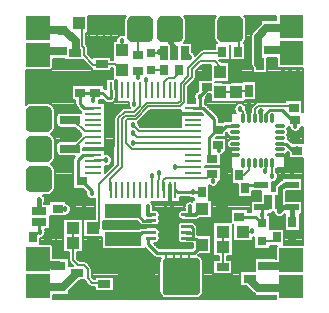
<source format=gtl>
G04 DipTrace Beta 2.3.5.2*
%INLulfroMiniBrush.GTL*%
%MOIN*%
%ADD13C,0.015*%
%ADD14C,0.012*%
%ADD15C,0.01*%
%ADD16C,0.025*%
%ADD17C,0.008*%
%ADD18C,0.005*%
%ADD19C,0.007*%
%ADD21R,0.025X0.05*%
%ADD22R,0.05X0.025*%
%ADD25R,0.0354X0.0276*%
%ADD26R,0.0276X0.0354*%
%ADD29R,0.0394X0.0433*%
%ADD30R,0.0433X0.0394*%
%ADD31R,0.0315X0.0315*%
%ADD32R,0.0472X0.0315*%
%ADD34R,0.0256X0.0413*%
%ADD35R,0.0413X0.0256*%
%ADD36R,0.0472X0.0217*%
%ADD37R,0.122X0.0472*%
%ADD39O,0.0335X0.0118*%
%ADD40O,0.0118X0.0335*%
%ADD42R,0.058X0.011*%
%ADD43R,0.011X0.058*%
%ADD44C,0.018*%
%FSLAX44Y44*%
G04*
G70*
G90*
G75*
G01*
%LNTop*%
%LPD*%
X8949Y2625D2*
D13*
Y3113D1*
X8938Y3125D1*
Y3873D2*
X8673D1*
X8550Y3750D1*
Y3125D1*
X8938D1*
X4250Y2875D2*
D14*
X4125D1*
Y3125D1*
X5411Y2875D2*
X5550D1*
Y3125D1*
X5411Y2875D2*
X5725D1*
X5912Y3062D1*
X5937D1*
X5500Y8140D2*
D13*
X5485D1*
X5375Y8250D1*
X8513Y2988D2*
X8650Y3125D1*
X8938D1*
X8500Y3313D2*
Y3190D1*
X8565Y3125D1*
X8938D1*
X5411Y2088D2*
D15*
X5625D1*
Y2225D1*
X5575Y2275D1*
X5402D1*
X5411Y2284D1*
Y2481D2*
X5569D1*
X5625Y2425D1*
Y2225D1*
X4250Y2088D2*
X4125D1*
Y1900D1*
X4425Y1600D1*
X4750D1*
X5000D1*
X5250D1*
X5500D1*
X5662D1*
X5937Y1875D1*
X8900Y1175D2*
D16*
Y1150D1*
X8050D1*
X475Y8400D2*
Y8330D1*
X1190D1*
X8925Y8450D2*
Y8375D1*
X8250D1*
X5411Y2088D2*
D15*
Y2075D1*
X5725D1*
X5925Y1875D1*
X5937D1*
X475Y1200D2*
D16*
X1125D1*
X1150Y1175D1*
X5250Y1313D2*
D13*
Y812D1*
X4750Y1313D2*
D17*
Y1600D1*
X5000Y1313D2*
Y1600D1*
X5250Y1313D2*
Y1600D1*
X5500Y1313D2*
Y1600D1*
X301Y2125D2*
D18*
Y2091D1*
X500Y2290D1*
Y2646D1*
X530D1*
Y2300D1*
X3687Y6563D2*
Y7005D1*
X3677Y7015D1*
X1125Y3074D2*
X1363D1*
X1375Y3062D1*
X4270Y4170D2*
Y3697D1*
X4268Y3695D1*
X5411Y2678D2*
X5804D1*
X5937Y2544D1*
X4250Y2481D2*
X4831D1*
X5411Y2678D2*
X5028D1*
X4831Y2481D1*
X7910Y6330D2*
Y6110D1*
X7890Y6090D1*
X5600Y9350D2*
Y9338D1*
X5875Y9063D1*
X6150Y9350D2*
Y9338D1*
X5875Y9063D1*
X6150Y8775D2*
Y8788D1*
X5875Y9063D1*
X5600Y8775D2*
Y8788D1*
X5875Y9063D1*
X5700Y7190D2*
Y7242D1*
X6100Y7642D1*
X7430Y7970D2*
X7408D1*
X7063Y7625D1*
X9050Y5325D2*
Y5520D1*
X9040Y5530D1*
X6613Y8313D2*
X6625D1*
Y8250D1*
X5970D1*
X5480Y7760D1*
Y7490D1*
X5230Y7240D1*
Y6670D1*
X5150Y6590D1*
X4115D1*
X3700Y6175D1*
X3375D1*
X3275Y6075D1*
Y4465D1*
X2880Y4070D1*
Y3705D1*
X2890Y3695D1*
X5187Y7687D2*
X5250D1*
X4993Y7430D1*
X4805D1*
X4660Y7285D1*
Y7016D1*
X4661Y7015D1*
X7300Y6090D2*
Y6310D1*
X7210Y6400D1*
X5025Y4475D2*
X5639D1*
X5633Y4469D1*
X7500Y7000D2*
X7107D1*
X7063Y6956D1*
X6550D1*
X8921Y8953D2*
D16*
Y9084D1*
X8250D1*
X7874Y7906D2*
X7812D1*
Y8812D1*
X8084Y9084D1*
X8250D1*
X471Y8903D2*
Y9039D1*
X1190D1*
Y9000D1*
X1375D1*
X1725Y8650D1*
Y8305D1*
X1694Y8274D1*
X8904Y672D2*
Y441D1*
X8050D1*
X7800D1*
X7496Y746D1*
X7532D1*
X479Y697D2*
Y466D1*
X1150D1*
X1312D1*
X1782Y937D1*
X1643Y2438D2*
D18*
Y1937D1*
Y1357D1*
X1813Y1188D1*
X2000D1*
X2125Y1063D1*
Y750D1*
X2275Y600D1*
X2688D1*
Y563D1*
X6643Y1812D2*
Y2312D1*
Y1812D2*
Y1136D1*
X6627Y1120D1*
X2600Y7900D2*
X3037D1*
X3257Y7681D1*
X3275D1*
X2600Y7900D2*
X2563D1*
Y7875D1*
X2313D1*
X2000Y8188D1*
Y8437D1*
X1937Y8500D1*
Y9063D1*
X1812Y9188D1*
Y9250D1*
X1831D1*
X4250Y7687D2*
X4676D1*
X4250Y2284D2*
D15*
X3934D1*
X3800Y2150D1*
X3400D1*
X3312Y2062D1*
X4250Y2678D2*
X3972D1*
X3825Y2825D1*
X3497D1*
X3312Y3010D1*
X7497Y4594D2*
D18*
Y4372D1*
X7325Y4200D1*
X7192D1*
X7186Y4194D1*
X9000Y6438D2*
Y6500D1*
X7820D1*
X7700Y6380D1*
Y6097D1*
X7694Y6090D1*
X7938Y2000D2*
X8301D1*
X8426Y2125D1*
X7375Y3750D2*
D15*
Y3850D1*
X7891D1*
X7914Y3873D1*
X4875Y9063D2*
D13*
Y8750D1*
Y8625D1*
X5021Y8479D1*
Y8250D1*
X4870Y8740D2*
D18*
Y8750D1*
X3812Y8187D2*
Y9000D1*
X3875Y9063D1*
X6875D2*
Y9000D1*
X7188Y8687D1*
Y8313D1*
X7125D1*
X2313Y5650D2*
X2025D1*
X1675Y6000D1*
X1550D1*
X1530Y6020D1*
X2313Y5453D2*
X2053D1*
X1650Y5050D1*
X1505D1*
X1530Y5075D1*
X3812Y7676D2*
X3820D1*
Y7470D1*
X2750Y4688D2*
X2334D1*
X2313Y4666D1*
X6550Y7625D2*
Y7810D1*
X6360Y8000D1*
X5880D1*
X5600Y7720D1*
Y7450D1*
X5340Y7190D1*
Y6620D1*
X5200Y6480D1*
X4155D1*
X3725Y6050D1*
X3450D1*
X3400Y6000D1*
Y5250D1*
X3590Y5060D1*
X5632D1*
X5633D1*
X3275Y8350D2*
Y8675D1*
X3625Y5875D2*
X3830Y5670D1*
X5652D1*
X5633Y5650D1*
X7313Y2312D2*
X7602D1*
X7620Y2330D1*
X4070Y7350D2*
Y7016D1*
X4071Y7015D1*
X2313Y2438D2*
X2510D1*
Y3885D1*
X3150Y4525D1*
Y6100D1*
X3362Y6312D1*
X3687D1*
X3875Y6500D1*
Y7014D1*
X3874Y7015D1*
X5633Y5453D2*
X3772D1*
X3625Y5600D1*
X6470Y5200D2*
X6490D1*
Y5040D1*
X8087Y4594D2*
Y4367D1*
X8050Y4330D1*
X4520Y4270D2*
Y4060D1*
X4470Y4010D1*
Y3695D1*
X4465D1*
X6280Y4230D2*
X6220D1*
X6090Y4100D1*
X4725D1*
X4650Y4025D1*
Y3683D1*
X4661Y3695D1*
X8284Y4594D2*
Y4150D1*
X6300Y4000D2*
Y4230D1*
X6280D1*
X5633Y5256D2*
X3669D1*
X3650Y5275D1*
X7938Y2591D2*
D15*
Y2875D1*
Y3101D1*
X7914Y3125D1*
X7182Y2807D2*
X7721D1*
X7938Y2591D1*
X5926Y3625D2*
X5625D1*
X5125D1*
X5055Y3695D1*
X6470Y5712D2*
X6350Y5832D1*
Y6050D1*
X5962Y6438D1*
X5633D1*
X6100Y7130D2*
X6170D1*
X5875Y6835D1*
Y6438D1*
X5633D1*
X1875Y6938D2*
X2375D1*
X1875D2*
Y6575D1*
X2012Y6438D1*
X2313D1*
Y4863D2*
X1963D1*
X1800Y4700D1*
Y4130D1*
X1940Y3990D1*
X4250Y8278D2*
D18*
X4500D1*
X4722D1*
X4750Y8250D1*
X4658D1*
X4500Y8313D2*
Y8278D1*
X2312Y6688D2*
D15*
Y6875D1*
X2375Y6938D1*
X5875Y6813D2*
D18*
X5853D1*
X6100Y7060D1*
Y7130D1*
X5625Y3625D2*
D3*
X7938Y2875D2*
D3*
X500Y3000D2*
D13*
Y3370D1*
X510D1*
X2270Y3590D2*
D15*
Y3660D1*
X1940Y3990D1*
X8540Y5244D2*
X8746D1*
X9020Y4970D1*
X9070D1*
X9110Y5010D1*
X8087Y6090D2*
Y6257D1*
X8205Y6375D1*
X8605D1*
X8938Y6042D1*
X9040D1*
X7044Y5834D2*
X6734D1*
X6612Y5712D1*
X6470D1*
X9090Y5060D2*
D18*
Y5030D1*
X9110Y5010D1*
X9040Y5840D2*
Y6042D1*
X6470Y5712D2*
D15*
X6437D1*
X6175Y5450D1*
Y4847D1*
X6280Y4742D1*
X2375Y6938D2*
X2612D1*
X2800Y6750D1*
X2900D1*
Y7015D1*
X2890D1*
X8146Y3313D2*
D13*
X8130D1*
Y3150D1*
X8105Y3125D1*
X7914D1*
D44*
X5500Y8140D3*
X8513Y2988D3*
X530Y2300D3*
X7210Y6400D3*
X5025Y4475D3*
X3820Y7470D3*
X2750Y4688D3*
X3275Y8675D3*
X3625Y5875D3*
X7620Y2330D3*
X4070Y7350D3*
X3625Y5600D3*
X8050Y4330D3*
X4520Y4270D3*
X4500Y8313D3*
X2312Y6688D3*
X5875Y6813D3*
X5625Y3625D3*
X7938Y2875D3*
X9090Y5060D3*
X510Y3370D3*
X2270Y3590D3*
X4125Y3125D3*
X5550D3*
X3687Y6563D3*
X9040Y5840D3*
X7910Y6330D3*
X5600Y9350D3*
X6150D3*
Y8775D3*
X5600D3*
X5700Y7190D3*
X7430Y7970D3*
X6700Y3425D3*
X5000Y6250D3*
X2975Y6275D3*
X9050Y5325D3*
X3650Y5275D3*
X6490Y5040D3*
X6300Y4000D3*
X8284Y4150D3*
X1375Y3062D3*
X4270Y4170D3*
X725Y1675D3*
X475D3*
X225D3*
Y1475D3*
X475D3*
X725D3*
Y1175D3*
X225D3*
X8250Y6688D3*
X8125Y7375D3*
X7875Y7125D3*
X8375Y7375D3*
X7875D3*
X8000Y6688D3*
X7500Y6563D3*
X8500Y6688D3*
X225Y7925D3*
X475D3*
X725D3*
Y8125D3*
X475D3*
X225D3*
Y8425D3*
X725D3*
X8675Y7975D3*
X8925D3*
X9175D3*
Y8175D3*
X8925D3*
X8675D3*
Y8475D3*
X9175D3*
X9150Y1650D3*
X8900D3*
X8650D3*
Y1450D3*
X8900D3*
X9150D3*
Y1150D3*
X8650D3*
X7875Y6875D3*
X8875Y7625D3*
X2000Y1562D3*
X8625Y7375D3*
Y7125D3*
Y6875D3*
X2250Y1562D3*
X2500D3*
X3500D3*
X2250Y1313D3*
X2750Y1562D3*
X3000D3*
X3250D3*
X2500Y1062D3*
X2750D3*
X3000D3*
Y1313D3*
X3250Y1000D3*
Y1313D3*
X3563D3*
X3938D3*
X4250D3*
Y1000D3*
X3250Y625D3*
Y313D3*
X3563D3*
X3938D3*
X4250D3*
Y625D3*
X4750Y1313D3*
X5000D3*
X5250D3*
X5500D3*
X5750D3*
Y1062D3*
Y813D3*
Y562D3*
Y313D3*
X5500D3*
X5250D3*
X5000D3*
X4750D3*
Y562D3*
Y813D3*
Y1063D3*
X5563Y1125D3*
X4938D3*
Y500D3*
X5563D3*
X8875Y7375D3*
X9125D3*
Y7625D3*
X8625D3*
X6250Y438D3*
X7000Y688D3*
Y438D3*
X6125Y688D3*
X6187Y1000D3*
X6375Y688D3*
X6688D3*
X6250Y187D3*
X7000D3*
X7250Y438D3*
Y187D3*
X7500D3*
X2870Y9190D3*
X2900Y8940D3*
X2187Y8938D3*
X2438D3*
X2688D3*
X2937Y8625D3*
X2438Y8375D3*
X2688D3*
X2187D3*
X2937Y8125D3*
Y8375D3*
X2187Y8688D3*
Y9187D3*
X8625Y4188D3*
X8938D3*
X1060Y2320D3*
Y2130D3*
X1688Y3188D3*
Y2875D3*
X2000D3*
Y3188D3*
X187Y7625D3*
X500D3*
X813D3*
X2125Y7437D3*
X250Y6813D3*
X750D3*
Y7312D3*
X250D3*
X2875Y2563D3*
X3250D3*
X3625D3*
X4540Y9070D3*
X5200D3*
X4870Y8740D3*
X500Y6380D3*
X820Y6060D3*
X500Y5740D3*
X180Y6060D3*
X2162Y9431D2*
D19*
X3354D1*
X5397D2*
X6353D1*
X7397D2*
X8412D1*
X2162Y9363D2*
X3336D1*
X5413D2*
X6336D1*
X7413D2*
X8412D1*
X2162Y9294D2*
X3335D1*
X5415D2*
X6335D1*
X7415D2*
X7899D1*
X2162Y9225D2*
X3335D1*
X5415D2*
X6335D1*
X7415D2*
X7889D1*
X2162Y9157D2*
X3335D1*
X5415D2*
X6335D1*
X7415D2*
X7821D1*
X2162Y9088D2*
X3335D1*
X5415D2*
X6335D1*
X7415D2*
X7752D1*
X2162Y9019D2*
X3335D1*
X5415D2*
X6335D1*
X7415D2*
X7683D1*
X2162Y8950D2*
X3335D1*
X5415D2*
X6335D1*
X7415D2*
X7618D1*
X2077Y8882D2*
X3335D1*
X5415D2*
X6335D1*
X7415D2*
X7583D1*
X2077Y8813D2*
X3126D1*
X5415D2*
X6335D1*
X7415D2*
X7572D1*
X2077Y8744D2*
X3082D1*
X5411D2*
X6340D1*
X7411D2*
X7572D1*
X2077Y8676D2*
X3070D1*
X5389D2*
X6362D1*
X7389D2*
X7572D1*
X2077Y8607D2*
X2963D1*
X5614D2*
X6410D1*
X7340D2*
X7572D1*
X2093Y8538D2*
X2963D1*
X5614D2*
X6360D1*
X7377D2*
X7572D1*
X2136Y8470D2*
X2963D1*
X5614D2*
X6360D1*
X7377D2*
X7572D1*
X2139Y8401D2*
X2963D1*
X5614D2*
X6360D1*
X7377D2*
X7572D1*
X2139Y8332D2*
X2963D1*
X5614D2*
X5857D1*
X7377D2*
X7572D1*
X2139Y8264D2*
X2963D1*
X5661D2*
X5789D1*
X7377D2*
X7572D1*
X2188Y8195D2*
X2963D1*
X7377D2*
X7572D1*
X2921Y8126D2*
X2963D1*
X7377D2*
X7572D1*
X983Y8058D2*
X1373D1*
X2921D2*
X2963D1*
X7377D2*
X7572D1*
X8117D2*
X8417D1*
X983Y7989D2*
X2004D1*
X6566D2*
X7572D1*
X8117D2*
X8417D1*
X983Y7920D2*
X2073D1*
X6861D2*
X7572D1*
X8117D2*
X8417D1*
X983Y7851D2*
X2142D1*
X5926D2*
X6239D1*
X6861D2*
X7579D1*
X8117D2*
X8417D1*
X980Y7783D2*
X2210D1*
X5857D2*
X6239D1*
X6861D2*
X7607D1*
X8117D2*
X8448D1*
X925Y7714D2*
X2279D1*
X2921D2*
X2963D1*
X5789D2*
X6239D1*
X6861D2*
X7631D1*
X8117D2*
X9306D1*
X69Y7645D2*
X2963D1*
X5740D2*
X6239D1*
X6861D2*
X7631D1*
X8117D2*
X9306D1*
X69Y7577D2*
X2963D1*
X5740D2*
X6239D1*
X6861D2*
X9306D1*
X69Y7508D2*
X2963D1*
X5740D2*
X6239D1*
X6861D2*
X9306D1*
X69Y7439D2*
X2963D1*
X5739D2*
X6239D1*
X6861D2*
X9306D1*
X69Y7371D2*
X2720D1*
X5714D2*
X5808D1*
X6861D2*
X9306D1*
X69Y7302D2*
X2720D1*
X3059D2*
X3114D1*
X5647D2*
X5808D1*
X6861D2*
X7257D1*
X7743D2*
X9306D1*
X69Y7233D2*
X2720D1*
X3059D2*
X3114D1*
X5578D2*
X5808D1*
X7743D2*
X9306D1*
X69Y7165D2*
X1583D1*
X2667D2*
X2720D1*
X3059D2*
X3114D1*
X5509D2*
X5808D1*
X7743D2*
X9306D1*
X69Y7096D2*
X1583D1*
X2667D2*
X2720D1*
X3059D2*
X3114D1*
X5480D2*
X5808D1*
X7743D2*
X9306D1*
X69Y7027D2*
X1583D1*
X3064D2*
X3114D1*
X5480D2*
X5808D1*
X7743D2*
X9306D1*
X69Y6959D2*
X1583D1*
X3065D2*
X3114D1*
X5480D2*
X5735D1*
X7743D2*
X9306D1*
X69Y6890D2*
X1583D1*
X3065D2*
X3114D1*
X5480D2*
X5686D1*
X7743D2*
X9306D1*
X69Y6821D2*
X1583D1*
X3065D2*
X3114D1*
X5480D2*
X5670D1*
X6091D2*
X6239D1*
X7743D2*
X9306D1*
X69Y6752D2*
X1583D1*
X3065D2*
X3114D1*
X5480D2*
X5680D1*
X6070D2*
X6239D1*
X7743D2*
X9306D1*
X69Y6684D2*
X1710D1*
X2517D2*
X2636D1*
X3059D2*
X3114D1*
X5480D2*
X5711D1*
X6040D2*
X6239D1*
X7374D2*
X9306D1*
X69Y6615D2*
X1710D1*
X2504D2*
X2712D1*
X2988D2*
X3490D1*
X5480D2*
X5711D1*
X6040D2*
X7747D1*
X933Y6546D2*
X1713D1*
X2717D2*
X3484D1*
X6083D2*
X7070D1*
X7350D2*
X7672D1*
X998Y6478D2*
X1744D1*
X2717D2*
X3502D1*
X6152D2*
X7021D1*
X7399D2*
X7603D1*
X1029Y6409D2*
X1812D1*
X2717D2*
X3264D1*
X6221D2*
X7006D1*
X7415D2*
X7564D1*
X1039Y6340D2*
X1879D1*
X2717D2*
X3196D1*
X4210D2*
X5228D1*
X6289D2*
X7014D1*
X7436D2*
X7560D1*
X7855D2*
X7946D1*
X1040Y6272D2*
X1908D1*
X2717D2*
X3127D1*
X4141D2*
X5899D1*
X6358D2*
X7053D1*
X7456D2*
X7537D1*
X7850D2*
X7923D1*
X1040Y6203D2*
X1091D1*
X2717D2*
X3058D1*
X4072D2*
X5228D1*
X6427D2*
X6888D1*
X1040Y6134D2*
X1081D1*
X2717D2*
X3015D1*
X4004D2*
X5228D1*
X6490D2*
X6888D1*
X1040Y6066D2*
X1081D1*
X2717D2*
X3010D1*
X3935D2*
X5228D1*
X6514D2*
X6888D1*
X1040Y5997D2*
X1081D1*
X2717D2*
X3010D1*
X3866D2*
X5228D1*
X6514D2*
X6888D1*
X1040Y5928D2*
X1081D1*
X2717D2*
X3010D1*
X3823D2*
X5228D1*
X1040Y5860D2*
X1083D1*
X2717D2*
X3010D1*
X3835D2*
X5228D1*
X1040Y5791D2*
X1131D1*
X2717D2*
X3010D1*
X9239D2*
X9306D1*
X1031Y5722D2*
X1758D1*
X2717D2*
X3010D1*
X8799D2*
X8874D1*
X9206D2*
X9306D1*
X1002Y5653D2*
X1827D1*
X2717D2*
X3010D1*
X8821D2*
X8968D1*
X9112D2*
X9306D1*
X941Y5585D2*
X1896D1*
X2717D2*
X3010D1*
X8813D2*
X9306D1*
X968Y5516D2*
X1908D1*
X2717D2*
X3010D1*
X6762D2*
X6814D1*
X8804D2*
X9306D1*
X1015Y5447D2*
X1853D1*
X2717D2*
X3010D1*
X6403D2*
X6888D1*
X8822D2*
X9306D1*
X1036Y5379D2*
X1784D1*
X2717D2*
X3010D1*
X6762D2*
X6831D1*
X8834D2*
X9306D1*
X1040Y5310D2*
X1142D1*
X2717D2*
X3010D1*
X8910D2*
X9306D1*
X1040Y5241D2*
X1084D1*
X2717D2*
X3010D1*
X1040Y5173D2*
X1081D1*
X2717D2*
X3010D1*
X1040Y5104D2*
X1081D1*
X2717D2*
X2950D1*
X6762D2*
X6837D1*
X1040Y5035D2*
X1081D1*
X1980D2*
X2950D1*
X6762D2*
X6888D1*
X1040Y4967D2*
X1081D1*
X2717D2*
X2950D1*
X6762D2*
X6888D1*
X1040Y4898D2*
X1089D1*
X2717D2*
X2950D1*
X6635D2*
X6888D1*
X8730D2*
X8818D1*
X1040Y4829D2*
X1699D1*
X2895D2*
X2950D1*
X6571D2*
X6888D1*
X8702D2*
X8818D1*
X1038Y4761D2*
X1647D1*
X6571D2*
X6888D1*
X8702D2*
X9306D1*
X1022Y4692D2*
X1635D1*
X6571D2*
X6888D1*
X8702D2*
X9306D1*
X980Y4623D2*
X1635D1*
X6571D2*
X6888D1*
X8702D2*
X9306D1*
X921Y4554D2*
X1635D1*
X2903D2*
X2950D1*
X6571D2*
X6888D1*
X8702D2*
X9306D1*
X993Y4486D2*
X1635D1*
X2717D2*
X2916D1*
X6038D2*
X6888D1*
X8702D2*
X9306D1*
X1027Y4417D2*
X1635D1*
X2717D2*
X2847D1*
X6571D2*
X6934D1*
X8443D2*
X9306D1*
X1039Y4348D2*
X1635D1*
X2717D2*
X2778D1*
X6571D2*
X6934D1*
X8424D2*
X9306D1*
X1040Y4280D2*
X1635D1*
X6571D2*
X6934D1*
X8441D2*
X9306D1*
X1040Y4211D2*
X1635D1*
X6571D2*
X6934D1*
X8479D2*
X9306D1*
X1040Y4142D2*
X1635D1*
X6571D2*
X6934D1*
X8489D2*
X9306D1*
X1040Y4074D2*
X1645D1*
X6571D2*
X6934D1*
X8473D2*
X8586D1*
X1040Y4005D2*
X1649D1*
X6571D2*
X6934D1*
X8425D2*
X8540D1*
X1040Y3936D2*
X1649D1*
X6494D2*
X6934D1*
X8264D2*
X8471D1*
X1040Y3868D2*
X1649D1*
X4831D2*
X4886D1*
X6454D2*
X7123D1*
X8264D2*
X8404D1*
X1040Y3799D2*
X1649D1*
X4831D2*
X4886D1*
X6179D2*
X7123D1*
X8264D2*
X8367D1*
X1034Y3730D2*
X1970D1*
X4831D2*
X4886D1*
X6179D2*
X7123D1*
X8264D2*
X8360D1*
X1006Y3662D2*
X2039D1*
X4831D2*
X4886D1*
X6179D2*
X7123D1*
X951Y3593D2*
X2065D1*
X4831D2*
X4886D1*
X6179D2*
X7123D1*
X7628D2*
X7906D1*
X8740D2*
X9306D1*
X641Y3524D2*
X2076D1*
X4831D2*
X4886D1*
X6179D2*
X7123D1*
X7628D2*
X7906D1*
X8740D2*
X9306D1*
X696Y3455D2*
X2118D1*
X4831D2*
X4886D1*
X5225D2*
X5516D1*
X6179D2*
X7906D1*
X8740D2*
X9306D1*
X714Y3387D2*
X2370D1*
X4831D2*
X4886D1*
X5225D2*
X5674D1*
X6179D2*
X7906D1*
X8740D2*
X9306D1*
X708Y3318D2*
X834D1*
X1416D2*
X2370D1*
X4831D2*
X4886D1*
X5225D2*
X5501D1*
X6268D2*
X7562D1*
X690Y3249D2*
X834D1*
X1446D2*
X2370D1*
X4285D2*
X5389D1*
X6268D2*
X7562D1*
X1540Y3181D2*
X2370D1*
X4321D2*
X5353D1*
X6268D2*
X7562D1*
X1573Y3112D2*
X2370D1*
X4329D2*
X5345D1*
X6268D2*
X7562D1*
X1578Y3043D2*
X2370D1*
X4312D2*
X5363D1*
X6268D2*
X6890D1*
X7474D2*
X7562D1*
X1559Y2975D2*
X2370D1*
X4511D2*
X5151D1*
X6268D2*
X6890D1*
X7474D2*
X7562D1*
X1503Y2906D2*
X2370D1*
X4531D2*
X5130D1*
X6268D2*
X6890D1*
X8140D2*
X8326D1*
X9202D2*
X9306D1*
X1416Y2837D2*
X2370D1*
X4531D2*
X5130D1*
X6268D2*
X6890D1*
X8210D2*
X8377D1*
X8648D2*
X8697D1*
X9202D2*
X9306D1*
X865Y2769D2*
X2370D1*
X4516D2*
X5155D1*
X6268D2*
X6890D1*
X8210D2*
X8697D1*
X9202D2*
X9306D1*
X865Y2700D2*
X1312D1*
X4531D2*
X6890D1*
X8210D2*
X8697D1*
X9202D2*
X9306D1*
X865Y2631D2*
X1312D1*
X2650D2*
X3789D1*
X4530D2*
X5208D1*
X5624D2*
X6890D1*
X8210D2*
X8697D1*
X9202D2*
X9306D1*
X865Y2563D2*
X1312D1*
X2650D2*
X3858D1*
X4500D2*
X5141D1*
X5717D2*
X6312D1*
X8210D2*
X8697D1*
X9202D2*
X9306D1*
X865Y2494D2*
X1312D1*
X2650D2*
X5130D1*
X5774D2*
X6312D1*
X8210D2*
X8697D1*
X9202D2*
X9306D1*
X865Y2425D2*
X1312D1*
X2649D2*
X3857D1*
X4470D2*
X5132D1*
X5789D2*
X6312D1*
X8210D2*
X8697D1*
X9202D2*
X9306D1*
X726Y2356D2*
X1312D1*
X4525D2*
X5137D1*
X5789D2*
X6312D1*
X9202D2*
X9306D1*
X734Y2288D2*
X1312D1*
X4531D2*
X5130D1*
X5789D2*
X6312D1*
X8678D2*
X9306D1*
X718Y2219D2*
X1312D1*
X4526D2*
X5135D1*
X5796D2*
X6312D1*
X8678D2*
X9306D1*
X666Y2150D2*
X1312D1*
X4527D2*
X5134D1*
X6249D2*
X6312D1*
X8678D2*
X9306D1*
X553Y2082D2*
X1312D1*
X1974D2*
X2588D1*
X4531D2*
X5130D1*
X6249D2*
X6312D1*
X8678D2*
X9306D1*
X553Y2013D2*
X1312D1*
X1974D2*
X2588D1*
X4524D2*
X5138D1*
X6249D2*
X6312D1*
X8678D2*
X9306D1*
X553Y1944D2*
X1312D1*
X1974D2*
X2588D1*
X4467D2*
X5194D1*
X6249D2*
X6312D1*
X6975D2*
X7665D1*
X8678D2*
X9306D1*
X942Y1876D2*
X1312D1*
X1974D2*
X2588D1*
X4379D2*
X5627D1*
X6249D2*
X6312D1*
X6975D2*
X7665D1*
X8678D2*
X9306D1*
X982Y1807D2*
X1312D1*
X1974D2*
X2588D1*
X4448D2*
X5627D1*
X6249D2*
X6312D1*
X6975D2*
X7665D1*
X8210D2*
X8400D1*
X983Y1738D2*
X1312D1*
X1974D2*
X2588D1*
X6249D2*
X6312D1*
X6975D2*
X7665D1*
X8210D2*
X8392D1*
X983Y1670D2*
X1312D1*
X1974D2*
X4126D1*
X6249D2*
X6312D1*
X6975D2*
X8392D1*
X983Y1601D2*
X1503D1*
X1783D2*
X4194D1*
X6249D2*
X6312D1*
X6975D2*
X8392D1*
X983Y1532D2*
X1503D1*
X1783D2*
X4263D1*
X5824D2*
X6312D1*
X6975D2*
X8392D1*
X983Y1464D2*
X1503D1*
X1783D2*
X4339D1*
X5921D2*
X6504D1*
X6782D2*
X8392D1*
X1799Y1395D2*
X4534D1*
X5966D2*
X6504D1*
X6782D2*
X7699D1*
X1868Y1326D2*
X4513D1*
X5986D2*
X6306D1*
X6949D2*
X7699D1*
X1501Y1257D2*
X1548D1*
X2124D2*
X4510D1*
X5989D2*
X6306D1*
X6949D2*
X7699D1*
X1501Y1189D2*
X1617D1*
X2193D2*
X4510D1*
X5989D2*
X6306D1*
X6949D2*
X7699D1*
X2251Y1120D2*
X4510D1*
X5989D2*
X6306D1*
X6949D2*
X7699D1*
X2265Y1051D2*
X4510D1*
X5989D2*
X6306D1*
X6949D2*
X7699D1*
X2265Y983D2*
X4510D1*
X5989D2*
X6306D1*
X6949D2*
X7699D1*
X2265Y914D2*
X4510D1*
X5989D2*
X6306D1*
X6949D2*
X7211D1*
X2265Y845D2*
X4510D1*
X5989D2*
X7211D1*
X2293Y777D2*
X2366D1*
X3009D2*
X4510D1*
X5989D2*
X7211D1*
X3009Y708D2*
X4510D1*
X5989D2*
X7211D1*
X1821Y639D2*
X2041D1*
X3009D2*
X4510D1*
X5989D2*
X7211D1*
X1752Y571D2*
X2110D1*
X3009D2*
X4510D1*
X5989D2*
X7211D1*
X1683Y502D2*
X2179D1*
X3009D2*
X4510D1*
X5989D2*
X7404D1*
X1614Y433D2*
X2366D1*
X3009D2*
X4510D1*
X5989D2*
X7473D1*
X1547Y365D2*
X2366D1*
X3009D2*
X4510D1*
X5989D2*
X7542D1*
X1501Y296D2*
X4514D1*
X5986D2*
X7609D1*
X1501Y227D2*
X4535D1*
X5964D2*
X7699D1*
X988Y158D2*
X4583D1*
X5917D2*
X8396D1*
X986Y90D2*
X4698D1*
X5802D2*
X8396D1*
X5334Y8608D2*
X5608D1*
Y8305D1*
X5638Y8282D1*
X5661Y8255D1*
X5679Y8225D1*
X5691Y8192D1*
X5696Y8163D1*
X5876Y8344D1*
X5904Y8365D1*
X5936Y8378D1*
X5970Y8383D1*
X6367D1*
X6368Y8597D1*
X6426D1*
X6398Y8627D1*
X6380Y8654D1*
X6363Y8687D1*
X6350Y8723D1*
X6344Y8755D1*
X6342Y8793D1*
X6343Y9354D1*
X6347Y9386D1*
X6356Y9422D1*
X6372Y9457D1*
X6388Y9484D1*
X6400Y9500D1*
X5350D1*
X5370Y9471D1*
X5387Y9438D1*
X5400Y9402D1*
X5406Y9370D1*
X5408Y9332D1*
X5407Y8771D1*
X5403Y8739D1*
X5394Y8703D1*
X5378Y8668D1*
X5362Y8641D1*
X5338Y8611D1*
X5355Y8632D1*
X3342Y8861D2*
X3343Y9359D1*
X3349Y9396D1*
X3360Y9432D1*
X3374Y9461D1*
X3394Y9493D1*
X3400Y9500D1*
X2154D1*
X2155Y9380D1*
Y8945D1*
X2071D1*
X2070Y8554D1*
X2094Y8531D1*
X2115Y8504D1*
X2128Y8471D1*
X2133Y8437D1*
Y8242D1*
X2285Y8090D1*
X2286Y8136D1*
X2914D1*
X2915Y8033D1*
X2971D1*
X2970Y8674D1*
X3076D1*
X3082Y8718D1*
X3093Y8752D1*
X3109Y8782D1*
X3130Y8810D1*
X3156Y8833D1*
X3186Y8852D1*
X3219Y8865D1*
X3253Y8872D1*
X3288D1*
X3322Y8867D1*
X3342Y8860D1*
X6880Y8530D2*
X6858D1*
X6859Y8387D1*
Y8028D1*
X6521D1*
X6599Y7949D1*
X6855D1*
Y7301D1*
X6385D1*
Y7280D1*
X6855Y7279D1*
X6968Y7280D1*
X7264Y7281D1*
Y7314D1*
X7736D1*
Y6686D1*
X7367Y6685D1*
Y6631D1*
X6758Y6632D1*
X6645Y6631D1*
X6245D1*
Y6884D1*
X6148D1*
X6072Y6809D1*
X6070Y6778D1*
X6061Y6744D1*
X6046Y6712D1*
X6032Y6694D1*
X6033Y6578D1*
X6070Y6553D1*
X6462Y6162D1*
X6483Y6134D1*
X6499Y6103D1*
X6508Y6056D1*
Y5957D1*
X6637D1*
X6650Y5968D1*
X6681Y5983D1*
X6729Y5992D1*
X6885Y5993D1*
X6895Y5995D1*
Y6255D1*
X7075D1*
X7054Y6278D1*
X7035Y6307D1*
X7022Y6340D1*
X7014Y6374D1*
X7012Y6409D1*
X7017Y6443D1*
X7028Y6477D1*
X7044Y6507D1*
X7065Y6535D1*
X7091Y6558D1*
X7121Y6577D1*
X7154Y6590D1*
X7188Y6597D1*
X7223D1*
X7257Y6592D1*
X7290Y6581D1*
X7321Y6564D1*
X7348Y6542D1*
X7371Y6515D1*
X7389Y6485D1*
X7401Y6452D1*
X7408Y6400D1*
X7407Y6388D1*
X7415Y6376D1*
X7428Y6344D1*
X7433Y6300D1*
X7453Y6265D1*
X7456Y6256D1*
X7537Y6255D1*
X7559Y6297D1*
X7567Y6306D1*
Y6380D1*
X7572Y6415D1*
X7585Y6447D1*
X7606Y6474D1*
X7726Y6594D1*
X7754Y6615D1*
X7786Y6628D1*
X7820Y6633D1*
X8716D1*
X8715Y6684D1*
X9285D1*
Y6287D1*
X9313Y6292D1*
Y7753D1*
X9074Y7752D1*
X8531D1*
X8497Y7757D1*
X8466Y7774D1*
X8442Y7799D1*
X8426Y7836D1*
X8423Y7894D1*
Y8110D1*
X8109D1*
X8110Y7591D1*
X7638D1*
Y7752D1*
X7610Y7790D1*
X7595Y7822D1*
X7585Y7855D1*
X7580Y7906D1*
Y8812D1*
X7582Y8847D1*
X7590Y8881D1*
X7603Y8914D1*
X7621Y8944D1*
X7648Y8977D1*
X7906Y9236D1*
Y9349D1*
X8419D1*
X8420Y9501D1*
X8298Y9500D1*
X7349D1*
X7362Y9484D1*
X7381Y9452D1*
X7393Y9423D1*
X7403Y9386D1*
X7407Y9348D1*
X7408Y8883D1*
X7407Y8766D1*
X7401Y8729D1*
X7390Y8693D1*
X7376Y8664D1*
X7356Y8632D1*
X7330Y8604D1*
X7324Y8598D1*
X7371Y8597D1*
Y8028D1*
X6879D1*
Y8530D1*
X5983Y1252D2*
X5982Y316D1*
X5976Y279D1*
X5965Y243D1*
X5951Y214D1*
X5931Y182D1*
X5905Y153D1*
X5881Y132D1*
X5850Y112D1*
X5815Y96D1*
X5784Y87D1*
X5747Y81D1*
X5690Y80D1*
X4754Y81D1*
X4717Y86D1*
X4680Y98D1*
X4651Y112D1*
X4620Y132D1*
X4591Y157D1*
X4570Y181D1*
X4549Y213D1*
X4534Y248D1*
X4524Y278D1*
X4518Y315D1*
X4517Y372D1*
X4518Y1309D1*
X4524Y1346D1*
X4535Y1382D1*
X4549Y1411D1*
X4568Y1441D1*
X4569Y1442D1*
X4425D1*
X4390Y1446D1*
X4357Y1457D1*
X4318Y1484D1*
X4031Y1771D1*
Y1718D1*
X2594D1*
Y2133D1*
X1988D1*
Y2742D1*
X2376D1*
X2377Y2998D1*
Y3423D1*
X2335Y3403D1*
X2301Y3395D1*
X2266Y3392D1*
X2231Y3396D1*
X2197Y3406D1*
X2166Y3422D1*
X2138Y3443D1*
X2114Y3468D1*
X2095Y3497D1*
X2082Y3530D1*
X2074Y3564D1*
X2072Y3599D1*
X2077Y3630D1*
X1963Y3744D1*
X1655D1*
Y4067D1*
X1643Y4112D1*
X1642Y4200D1*
Y4700D1*
X1646Y4735D1*
X1657Y4768D1*
X1684Y4807D1*
X1706Y4829D1*
X1195Y4830D1*
X1161Y4835D1*
X1130Y4851D1*
X1106Y4877D1*
X1090Y4914D1*
X1088Y4972D1*
Y5213D1*
X1093Y5247D1*
X1109Y5278D1*
X1135Y5302D1*
X1172Y5318D1*
X1230Y5321D1*
X1732D1*
X1914Y5502D1*
X1915Y5574D1*
X1782Y5705D1*
X1712Y5775D1*
X1195Y5774D1*
X1161Y5780D1*
X1130Y5796D1*
X1106Y5822D1*
X1090Y5859D1*
X1088Y5917D1*
Y6158D1*
X1093Y6192D1*
X1109Y6223D1*
X1135Y6247D1*
X1172Y6263D1*
X1230Y6266D1*
X1865D1*
X1905Y6257D1*
X1915Y6275D1*
Y6313D1*
X1763Y6463D1*
X1742Y6491D1*
X1726Y6522D1*
X1717Y6569D1*
Y6692D1*
X1590D1*
Y7183D1*
X2160Y7182D1*
X2230Y7183D1*
X2660D1*
Y7088D1*
X2692Y7074D1*
X2726Y7047D1*
X2711Y7061D1*
X2727Y7072D1*
Y7413D1*
X2971D1*
X2970Y7767D1*
X2914D1*
Y7664D1*
X2286D1*
Y7744D1*
X2246Y7760D1*
X2219Y7781D1*
X1961Y8039D1*
X1380Y8038D1*
Y8066D1*
X1114Y8065D1*
X977D1*
Y7809D1*
X971Y7775D1*
X955Y7744D1*
X929Y7720D1*
X892Y7704D1*
X834Y7702D1*
X75D1*
X62Y7680D1*
Y6537D1*
X78Y6549D1*
X110Y6568D1*
X140Y6581D1*
X176Y6591D1*
X214Y6595D1*
X680D1*
X796Y6594D1*
X833Y6589D1*
X870Y6577D1*
X899Y6563D1*
X930Y6543D1*
X959Y6518D1*
X980Y6494D1*
X1001Y6462D1*
X1016Y6427D1*
X1026Y6397D1*
X1032Y6360D1*
X1033Y6303D1*
X1032Y5766D1*
X1026Y5729D1*
X1015Y5693D1*
X1001Y5664D1*
X981Y5632D1*
X955Y5604D1*
X931Y5582D1*
X901Y5562D1*
X931Y5543D1*
X959Y5518D1*
X980Y5494D1*
X1001Y5462D1*
X1016Y5427D1*
X1026Y5397D1*
X1032Y5360D1*
X1033Y5303D1*
X1032Y4766D1*
X1026Y4729D1*
X1015Y4693D1*
X1001Y4664D1*
X981Y4632D1*
X955Y4604D1*
X931Y4582D1*
X901Y4562D1*
X931Y4543D1*
X959Y4518D1*
X980Y4494D1*
X1001Y4462D1*
X1016Y4427D1*
X1026Y4397D1*
X1032Y4360D1*
X1033Y4303D1*
X1032Y3766D1*
X1026Y3729D1*
X1015Y3693D1*
X1001Y3664D1*
X981Y3632D1*
X955Y3604D1*
X931Y3582D1*
X900Y3562D1*
X865Y3546D1*
X834Y3537D1*
X797Y3531D1*
X740Y3530D1*
X627D1*
X648Y3512D1*
X671Y3485D1*
X689Y3455D1*
X701Y3422D1*
X708Y3370D1*
X705Y3335D1*
X696Y3301D1*
X683Y3275D1*
Y3233D1*
X841D1*
X840Y3320D1*
X1410D1*
Y3258D1*
X1455Y3243D1*
X1486Y3226D1*
X1513Y3204D1*
X1536Y3178D1*
X1554Y3147D1*
X1566Y3115D1*
X1573Y3062D1*
X1570Y3028D1*
X1561Y2994D1*
X1546Y2962D1*
X1525Y2934D1*
X1500Y2909D1*
X1471Y2890D1*
X1440Y2876D1*
X1411Y2868D1*
X1410Y2829D1*
X858D1*
X857Y2767D1*
X858Y2738D1*
Y2413D1*
X693D1*
X709Y2385D1*
X721Y2352D1*
X728Y2300D1*
X725Y2265D1*
X716Y2231D1*
X701Y2200D1*
X680Y2171D1*
X655Y2147D1*
X626Y2127D1*
X595Y2113D1*
X561Y2105D1*
X546Y2104D1*
Y1899D1*
X869Y1898D1*
X903Y1893D1*
X934Y1876D1*
X958Y1851D1*
X974Y1814D1*
X977Y1756D1*
Y1439D1*
X1156Y1440D1*
X1494D1*
Y1172D1*
X1639D1*
X1549Y1263D1*
X1528Y1291D1*
X1515Y1323D1*
X1510Y1357D1*
Y1634D1*
X1319Y1633D1*
X1320Y2242D1*
X1319Y2273D1*
Y2742D1*
X1968D1*
X1966Y2133D1*
X1968Y2102D1*
Y1633D1*
X1776D1*
Y1411D1*
X1868Y1320D1*
X2000D1*
X2035Y1316D1*
X2067Y1302D1*
X2094Y1281D1*
X2219Y1156D1*
X2240Y1129D1*
X2253Y1096D1*
X2258Y1063D1*
Y805D1*
X2329Y733D1*
X2372D1*
X2373Y798D1*
X3002D1*
Y327D1*
X2373D1*
Y467D1*
X2275D1*
X2240Y472D1*
X2208Y485D1*
X2181Y506D1*
X2031Y656D1*
X2008Y687D1*
X1991Y701D1*
X1874D1*
X1724Y549D1*
X1494Y319D1*
Y201D1*
X981D1*
X980Y106D1*
X972Y66D1*
Y62D1*
X8405D1*
X8402Y116D1*
Y209D1*
X8394Y176D1*
X7706D1*
Y230D1*
X7669Y249D1*
X7636Y277D1*
X7403Y510D1*
X7218D1*
Y982D1*
X7707D1*
X7706Y1305D1*
Y1415D1*
X8394D1*
Y1384D1*
X8398Y1398D1*
Y1766D1*
X8404Y1800D1*
X8425Y1836D1*
X8426Y1840D1*
X8202D1*
X8203Y1735D1*
X7672D1*
Y2138D1*
X7636Y2134D1*
X7637Y2008D1*
X6988D1*
Y2560D1*
X6967Y2561D1*
X6968Y2337D1*
X6966Y2008D1*
X6968Y1977D1*
Y1508D1*
X6776D1*
Y1356D1*
X6941D1*
Y884D1*
X6312D1*
Y1356D1*
X6510D1*
Y1507D1*
X6319Y1508D1*
X6320Y2117D1*
X6319Y2148D1*
Y2617D1*
X6897D1*
Y2841D1*
Y3052D1*
X7467D1*
Y2964D1*
X7570D1*
Y3341D1*
X7912D1*
X7913Y3657D1*
X7620D1*
X7621Y3465D1*
X7129D1*
Y3910D1*
X7012Y3909D1*
X6940D1*
Y4446D1*
X6895Y4445D1*
Y5083D1*
X6884Y5085D1*
X6852Y5099D1*
X6824Y5120D1*
X6800Y5146D1*
X6783Y5176D1*
X6772Y5210D1*
X6769Y5245D1*
X6773Y5279D1*
X6784Y5312D1*
X6801Y5343D1*
X6825Y5368D1*
X6853Y5389D1*
X6895Y5405D1*
Y5476D1*
X6884Y5479D1*
X6852Y5493D1*
X6824Y5514D1*
X6800Y5540D1*
X6783Y5570D1*
X6772Y5603D1*
X6770Y5646D1*
X6755Y5607D1*
Y5466D1*
X6415D1*
X6395Y5446D1*
X6755D1*
Y4954D1*
X6669D1*
X6640Y4911D1*
X6615Y4887D1*
X6586Y4867D1*
X6565Y4858D1*
Y4496D1*
X6030D1*
Y4475D1*
X6565Y4476D1*
Y3984D1*
X6496D1*
X6495Y3965D1*
X6486Y3931D1*
X6471Y3900D1*
X6450Y3871D1*
X6425Y3847D1*
X6396Y3827D1*
X6365Y3813D1*
X6331Y3805D1*
X6296Y3802D1*
X6261Y3806D1*
X6227Y3816D1*
X6196Y3832D1*
X6171Y3851D1*
Y3366D1*
X6262Y3367D1*
Y2758D1*
X5844Y2756D1*
X5817Y2734D1*
X5785Y2718D1*
X5762Y2711D1*
X5725Y2707D1*
X5411D1*
X5376Y2711D1*
X5256Y2713D1*
X5239Y2716D1*
X5217Y2724D1*
X5196Y2735D1*
X5178Y2750D1*
X5162Y2768D1*
X5150Y2788D1*
X5142Y2810D1*
X5136Y2847D1*
X5137Y2912D1*
X5140Y2935D1*
X5148Y2957D1*
X5160Y2978D1*
X5174Y2996D1*
X5192Y3012D1*
X5212Y3024D1*
X5234Y3032D1*
X5272Y3038D1*
X5371D1*
X5362Y3065D1*
X5354Y3099D1*
X5352Y3134D1*
X5357Y3168D1*
X5368Y3202D1*
X5384Y3232D1*
X5405Y3260D1*
X5431Y3283D1*
X5461Y3302D1*
X5494Y3315D1*
X5528Y3322D1*
X5563D1*
X5597Y3317D1*
X5613Y3312D1*
Y3367D1*
X5680D1*
Y3435D1*
X5656Y3430D1*
X5621Y3427D1*
X5586Y3431D1*
X5552Y3441D1*
X5521Y3457D1*
X5506Y3468D1*
X5217Y3467D1*
X5218Y3358D1*
Y3297D1*
X4892D1*
X4893Y3895D1*
X4824D1*
Y3533D1*
Y3297D1*
X4499Y3298D1*
X4382Y3297D1*
X4302Y3298D1*
X4222Y3297D1*
X4236Y3289D1*
X4263Y3267D1*
X4286Y3240D1*
X4304Y3210D1*
X4316Y3177D1*
X4323Y3125D1*
X4320Y3090D1*
X4311Y3056D1*
X4302Y3038D1*
X4405Y3037D1*
X4422Y3034D1*
X4445Y3026D1*
X4465Y3015D1*
X4484Y3000D1*
X4499Y2982D1*
X4511Y2962D1*
X4520Y2940D1*
X4525Y2903D1*
Y2838D1*
X4521Y2815D1*
X4513Y2792D1*
X4511Y2765D1*
X4520Y2743D1*
X4525Y2706D1*
Y2641D1*
X4521Y2618D1*
X4513Y2596D1*
X4502Y2575D1*
X4487Y2557D1*
X4469Y2541D1*
X4449Y2529D1*
X4427Y2521D1*
X4390Y2515D1*
X4101Y2516D1*
X4077Y2520D1*
X3972D1*
X3937Y2524D1*
X3904Y2536D1*
X3864Y2563D1*
X3761Y2666D1*
X2910D1*
X2642D1*
X2643Y2435D1*
X2664Y2407D1*
X3834D1*
X3850Y2418D1*
X3882Y2433D1*
X3929Y2442D1*
X4079Y2443D1*
X4110Y2447D1*
X4399D1*
X4422Y2443D1*
X4445Y2436D1*
X4465Y2424D1*
X4484Y2409D1*
X4499Y2391D1*
X4511Y2371D1*
X4520Y2349D1*
X4525Y2312D1*
Y2247D1*
X4521Y2224D1*
X4513Y2201D1*
X4511Y2175D1*
X4520Y2153D1*
X4525Y2115D1*
Y2051D1*
X4521Y2028D1*
X4513Y2005D1*
X4502Y1985D1*
X4487Y1966D1*
X4469Y1951D1*
X4449Y1939D1*
X4427Y1930D1*
X4390Y1925D1*
X4323D1*
X4491Y1757D1*
X4750Y1758D1*
X5597D1*
X5633Y1796D1*
Y1917D1*
X5411D1*
X5366Y1924D1*
X5271Y1925D1*
X5239Y1929D1*
X5233Y1930D1*
X5217Y1937D1*
X5196Y1948D1*
X5178Y1963D1*
X5162Y1981D1*
X5150Y2001D1*
X5142Y2023D1*
X5136Y2060D1*
X5137Y2125D1*
X5140Y2148D1*
X5148Y2171D1*
X5150Y2197D1*
X5142Y2220D1*
X5136Y2257D1*
X5137Y2321D1*
X5140Y2344D1*
X5148Y2368D1*
X5150Y2394D1*
X5142Y2416D1*
X5136Y2454D1*
X5137Y2518D1*
X5140Y2541D1*
X5148Y2564D1*
X5160Y2584D1*
X5174Y2603D1*
X5192Y2618D1*
X5212Y2630D1*
X5234Y2639D1*
X5272Y2644D1*
X5561D1*
X5584Y2640D1*
X5636Y2624D1*
X5676Y2597D1*
X5737Y2537D1*
X5758Y2509D1*
X5774Y2478D1*
X5783Y2431D1*
Y2222D1*
X5805Y2211D1*
X5783Y2231D1*
Y2225D1*
X5822Y2199D1*
X6242D1*
Y1551D1*
X5836D1*
X5815Y1529D1*
X5849Y1513D1*
X5880Y1493D1*
X5909Y1468D1*
X5930Y1443D1*
X5951Y1412D1*
X5966Y1377D1*
X5976Y1347D1*
X5982Y1310D1*
X5983Y1252D1*
X9195Y2909D2*
Y2340D1*
X8704D1*
Y2909D1*
X8683Y2887D1*
X8663Y2859D1*
X8638Y2834D1*
X8609Y2815D1*
X8577Y2801D1*
X8543Y2792D1*
X8508Y2790D1*
X8473Y2794D1*
X8440Y2803D1*
X8409Y2819D1*
X8381Y2840D1*
X8357Y2866D1*
X8338Y2895D1*
X8324Y2927D1*
X8318Y2956D1*
X8267Y2955D1*
X8257D1*
X8258Y2909D1*
X8132D1*
X8135Y2875D1*
X8134Y2857D1*
X8203Y2856D1*
Y2411D1*
X8530Y2410D1*
X8671D1*
Y1873D1*
X9300D1*
X9313Y1882D1*
Y4765D1*
X8825Y4764D1*
Y4943D1*
X8796Y4971D1*
X8783Y4949D1*
X8760Y4923D1*
X8731Y4902D1*
X8694Y4887D1*
X8695Y4505D1*
Y4445D1*
X8447D1*
X8436Y4418D1*
X8417Y4384D1*
Y4296D1*
X8445Y4265D1*
X8463Y4235D1*
X8475Y4202D1*
X8482Y4150D1*
X8479Y4115D1*
X8470Y4081D1*
X8455Y4050D1*
X8434Y4021D1*
X8409Y3997D1*
X8381Y3977D1*
X8349Y3963D1*
X8315Y3955D1*
X8280Y3952D1*
X8257Y3955D1*
X8258Y3774D1*
Y3670D1*
X8367D1*
Y3750D1*
X8371Y3785D1*
X8380Y3818D1*
X8397Y3849D1*
X8421Y3879D1*
X8544Y4002D1*
X8562Y4018D1*
X8593Y4037D1*
Y4089D1*
X9282D1*
Y3657D1*
X8734D1*
X8733Y3365D1*
Y3341D1*
X9282D1*
Y2909D1*
X9195D1*
X8957Y5256D2*
X9103Y5257D1*
X9140Y5256D1*
X9312D1*
X9313Y5627D1*
Y5797D1*
X9232Y5796D1*
X9226Y5771D1*
X9211Y5740D1*
X9190Y5711D1*
X9165Y5687D1*
X9136Y5667D1*
X9105Y5653D1*
X9071Y5645D1*
X9036Y5642D1*
X9001Y5646D1*
X8967Y5656D1*
X8936Y5672D1*
X8908Y5693D1*
X8884Y5718D1*
X8865Y5747D1*
X8852Y5780D1*
X8848Y5796D1*
X8810D1*
X8801Y5766D1*
X8782Y5735D1*
X8801Y5704D1*
X8812Y5671D1*
X8815Y5637D1*
X8811Y5603D1*
X8801Y5569D1*
X8782Y5538D1*
X8801Y5507D1*
X8812Y5474D1*
X8815Y5441D1*
X8811Y5406D1*
X8806Y5390D1*
X8844Y5367D1*
X8907Y5306D1*
X8958Y5256D1*
X5850Y7376D2*
X6245D1*
Y7868D1*
X6080Y7867D1*
X5935D1*
X5733Y7666D1*
Y7450D1*
X5728Y7415D1*
X5715Y7383D1*
X5694Y7356D1*
X5472Y7134D1*
X5473Y6910D1*
Y6617D1*
X5480Y6600D1*
X5717D1*
Y6695D1*
X5700Y6720D1*
X5687Y6752D1*
X5679Y6786D1*
X5677Y6821D1*
X5682Y6856D1*
X5693Y6889D1*
X5709Y6920D1*
X5730Y6948D1*
X5756Y6971D1*
X5786Y6989D1*
X5816Y7001D1*
X5815Y7376D1*
X5850D1*
X2635Y6692D2*
X2510D1*
X2507Y6653D1*
X2498Y6619D1*
X2489Y6600D1*
X2710D1*
X2709Y6275D1*
X2710Y6158D1*
X2709Y6078D1*
X2710Y5962D1*
X2709Y5881D1*
X2710Y5765D1*
X2709Y5684D1*
X2710Y5568D1*
X2709Y5487D1*
X2710Y5371D1*
X2709Y5290D1*
X2710Y5174D1*
Y5094D1*
X1972D1*
Y5026D1*
X2710D1*
Y4882D1*
X2763Y4885D1*
X2797Y4880D1*
X2830Y4868D1*
X2861Y4851D1*
X2888Y4829D1*
X2911Y4803D1*
X2929Y4772D1*
X2941Y4740D1*
X2948Y4688D1*
X2945Y4653D1*
X2936Y4619D1*
X2921Y4587D1*
X2900Y4559D1*
X2875Y4534D1*
X2846Y4515D1*
X2815Y4501D1*
X2781Y4492D1*
X2746Y4490D1*
X2710Y4494D1*
Y4306D1*
Y4272D1*
X2837Y4400D1*
X2958Y4521D1*
X2957Y4735D1*
Y5168D1*
X3018D1*
X3017Y6100D1*
X3022Y6135D1*
X3035Y6167D1*
X3056Y6194D1*
X3268Y6406D1*
X3296Y6427D1*
X3328Y6440D1*
X3362Y6445D1*
X3529D1*
X3513Y6470D1*
X3499Y6502D1*
X3491Y6536D1*
X3490Y6571D1*
X3498Y6617D1*
X3318Y6618D1*
X3201Y6617D1*
X3121D1*
Y7357D1*
X3054Y7356D1*
X3053Y7168D1*
Y7055D1*
X3058Y7015D1*
Y6750D1*
X3054Y6717D1*
X3053Y6617D1*
X2984D1*
X2973Y6610D1*
X2940Y6597D1*
X2900Y6592D1*
X2800D1*
X2765Y6596D1*
X2732Y6607D1*
X2693Y6634D1*
X2635Y6692D1*
X7833Y6289D2*
X7850Y6256D1*
X7929Y6255D1*
X7933Y6292D1*
X7945Y6325D1*
X7972Y6365D1*
X7974Y6367D1*
X7875D1*
X7833Y6325D1*
Y6289D1*
X5235Y5803D2*
X5236Y5813D1*
X5235Y5929D1*
X5236Y6010D1*
X5235Y6126D1*
Y6207D1*
X5971D1*
X5902Y6275D1*
X5235D1*
X5234Y6352D1*
X5200Y6347D1*
X4210D1*
X3817Y5954D1*
X3816Y5927D1*
X3823Y5875D1*
X3822Y5865D1*
X3885Y5803D1*
X5235D1*
D21*
X5375Y8250D3*
X5021D3*
X4658D3*
G36*
X775Y3638D2*
X225D1*
X209D1*
X194Y3641D1*
X179Y3645D1*
X164Y3650D1*
X150Y3658D1*
X137Y3666D1*
X125Y3676D1*
X114Y3687D1*
X104Y3699D1*
X95Y3713D1*
X88Y3726D1*
X82Y3741D1*
X78Y3756D1*
X76Y3772D1*
X75Y3788D1*
Y4338D1*
X76Y4353D1*
X78Y4369D1*
X82Y4384D1*
X88Y4399D1*
X95Y4413D1*
X104Y4426D1*
X114Y4438D1*
X125Y4449D1*
X137Y4459D1*
X150Y4467D1*
X164Y4475D1*
X179Y4480D1*
X194Y4484D1*
X209Y4487D1*
X225Y4488D1*
X775D1*
X791Y4487D1*
X806Y4484D1*
X821Y4480D1*
X836Y4475D1*
X850Y4467D1*
X863Y4459D1*
X875Y4449D1*
X886Y4438D1*
X896Y4426D1*
X905Y4413D1*
X912Y4399D1*
X918Y4384D1*
X922Y4369D1*
X924Y4353D1*
X925Y4338D1*
Y3788D1*
X924Y3772D1*
X922Y3756D1*
X918Y3741D1*
X912Y3726D1*
X905Y3713D1*
X896Y3699D1*
X886Y3687D1*
X875Y3676D1*
X863Y3666D1*
X850Y3658D1*
X836Y3650D1*
X821Y3645D1*
X806Y3641D1*
X791Y3638D1*
X775D1*
G37*
G36*
X925Y5338D2*
Y4788D1*
X924Y4772D1*
X922Y4756D1*
X918Y4741D1*
X912Y4726D1*
X905Y4713D1*
X896Y4699D1*
X886Y4687D1*
X875Y4676D1*
X863Y4666D1*
X850Y4658D1*
X836Y4650D1*
X821Y4645D1*
X806Y4641D1*
X791Y4638D1*
X775D1*
X225D1*
X209D1*
X194Y4641D1*
X179Y4645D1*
X164Y4650D1*
X150Y4658D1*
X137Y4666D1*
X125Y4676D1*
X114Y4687D1*
X104Y4699D1*
X95Y4713D1*
X88Y4726D1*
X82Y4741D1*
X78Y4756D1*
X76Y4772D1*
X75Y4788D1*
Y5338D1*
X76Y5353D1*
X78Y5369D1*
X82Y5384D1*
X88Y5399D1*
X95Y5413D1*
X104Y5426D1*
X114Y5438D1*
X125Y5449D1*
X137Y5459D1*
X150Y5467D1*
X164Y5475D1*
X179Y5480D1*
X194Y5484D1*
X209Y5487D1*
X225Y5488D1*
X775D1*
X791Y5487D1*
X806Y5484D1*
X821Y5480D1*
X836Y5475D1*
X850Y5467D1*
X863Y5459D1*
X875Y5449D1*
X886Y5438D1*
X896Y5426D1*
X905Y5413D1*
X912Y5399D1*
X918Y5384D1*
X922Y5369D1*
X924Y5353D1*
X925Y5338D1*
G37*
G36*
X225Y5638D2*
X775D1*
X791D1*
X806Y5641D1*
X821Y5645D1*
X836Y5650D1*
X850Y5658D1*
X863Y5666D1*
X875Y5676D1*
X886Y5687D1*
X896Y5699D1*
X905Y5713D1*
X912Y5726D1*
X918Y5741D1*
X922Y5756D1*
X924Y5772D1*
X925Y5788D1*
Y6338D1*
X924Y6353D1*
X922Y6369D1*
X918Y6384D1*
X912Y6399D1*
X905Y6413D1*
X896Y6426D1*
X886Y6438D1*
X875Y6449D1*
X863Y6459D1*
X850Y6467D1*
X836Y6475D1*
X821Y6480D1*
X806Y6484D1*
X791Y6487D1*
X775Y6488D1*
X225D1*
X209Y6487D1*
X194Y6484D1*
X179Y6480D1*
X164Y6475D1*
X150Y6467D1*
X137Y6459D1*
X125Y6449D1*
X114Y6438D1*
X104Y6426D1*
X95Y6413D1*
X88Y6399D1*
X82Y6384D1*
X78Y6369D1*
X76Y6353D1*
X75Y6338D1*
Y5788D1*
X76Y5772D1*
X78Y5756D1*
X82Y5741D1*
X88Y5726D1*
X95Y5713D1*
X104Y5699D1*
X114Y5687D1*
X125Y5676D1*
X137Y5666D1*
X150Y5658D1*
X164Y5650D1*
X179Y5645D1*
X194Y5641D1*
X209Y5638D1*
X225D1*
G37*
G36*
X925Y6788D2*
Y7338D1*
X924Y7353D1*
X922Y7369D1*
X918Y7384D1*
X912Y7399D1*
X905Y7413D1*
X896Y7426D1*
X886Y7438D1*
X875Y7449D1*
X863Y7459D1*
X850Y7467D1*
X836Y7475D1*
X821Y7480D1*
X806Y7484D1*
X791Y7487D1*
X775Y7488D1*
X225D1*
X209Y7487D1*
X194Y7484D1*
X179Y7480D1*
X164Y7475D1*
X150Y7467D1*
X137Y7459D1*
X125Y7449D1*
X114Y7438D1*
X104Y7426D1*
X95Y7413D1*
X88Y7399D1*
X82Y7384D1*
X78Y7369D1*
X76Y7353D1*
X75Y7338D1*
Y6788D1*
X76Y6772D1*
X78Y6756D1*
X82Y6741D1*
X88Y6726D1*
X95Y6713D1*
X104Y6699D1*
X114Y6687D1*
X125Y6676D1*
X137Y6666D1*
X150Y6658D1*
X164Y6650D1*
X179Y6645D1*
X194Y6641D1*
X209Y6638D1*
X225D1*
X775D1*
X791D1*
X806Y6641D1*
X821Y6645D1*
X836Y6650D1*
X850Y6658D1*
X863Y6666D1*
X875Y6676D1*
X886Y6687D1*
X896Y6699D1*
X905Y6713D1*
X912Y6726D1*
X918Y6741D1*
X922Y6756D1*
X924Y6772D1*
X925Y6788D1*
G37*
G36*
X3450Y8788D2*
Y9338D1*
X3451Y9353D1*
X3453Y9369D1*
X3457Y9384D1*
X3463Y9399D1*
X3470Y9413D1*
X3479Y9426D1*
X3489Y9438D1*
X3500Y9449D1*
X3512Y9459D1*
X3525Y9467D1*
X3539Y9475D1*
X3554Y9480D1*
X3569Y9484D1*
X3584Y9487D1*
X3600Y9488D1*
X4150D1*
X4166Y9487D1*
X4181Y9484D1*
X4196Y9480D1*
X4211Y9475D1*
X4225Y9467D1*
X4238Y9459D1*
X4250Y9449D1*
X4261Y9438D1*
X4271Y9426D1*
X4280Y9413D1*
X4287Y9399D1*
X4293Y9384D1*
X4297Y9369D1*
X4299Y9353D1*
X4300Y9338D1*
Y8788D1*
X4299Y8772D1*
X4297Y8756D1*
X4293Y8741D1*
X4287Y8726D1*
X4280Y8713D1*
X4271Y8699D1*
X4261Y8687D1*
X4250Y8676D1*
X4238Y8666D1*
X4225Y8658D1*
X4211Y8650D1*
X4196Y8645D1*
X4181Y8641D1*
X4166Y8638D1*
X4150D1*
X3600D1*
X3584D1*
X3569Y8641D1*
X3554Y8645D1*
X3539Y8650D1*
X3525Y8658D1*
X3512Y8666D1*
X3500Y8676D1*
X3489Y8687D1*
X3479Y8699D1*
X3470Y8713D1*
X3463Y8726D1*
X3457Y8741D1*
X3453Y8756D1*
X3451Y8772D1*
X3450Y8788D1*
G37*
G36*
X5150Y8638D2*
X4600D1*
X4584D1*
X4569Y8641D1*
X4554Y8645D1*
X4539Y8650D1*
X4525Y8658D1*
X4512Y8666D1*
X4500Y8676D1*
X4489Y8687D1*
X4479Y8699D1*
X4470Y8713D1*
X4463Y8726D1*
X4457Y8741D1*
X4453Y8756D1*
X4451Y8772D1*
X4450Y8788D1*
Y9338D1*
X4451Y9353D1*
X4453Y9369D1*
X4457Y9384D1*
X4463Y9399D1*
X4470Y9413D1*
X4479Y9426D1*
X4489Y9438D1*
X4500Y9449D1*
X4512Y9459D1*
X4525Y9467D1*
X4539Y9475D1*
X4554Y9480D1*
X4569Y9484D1*
X4584Y9487D1*
X4600Y9488D1*
X5150D1*
X5166Y9487D1*
X5181Y9484D1*
X5196Y9480D1*
X5211Y9475D1*
X5225Y9467D1*
X5238Y9459D1*
X5250Y9449D1*
X5261Y9438D1*
X5271Y9426D1*
X5280Y9413D1*
X5287Y9399D1*
X5293Y9384D1*
X5297Y9369D1*
X5299Y9353D1*
X5300Y9338D1*
Y8788D1*
X5299Y8772D1*
X5297Y8756D1*
X5293Y8741D1*
X5287Y8726D1*
X5280Y8713D1*
X5271Y8699D1*
X5261Y8687D1*
X5250Y8676D1*
X5238Y8666D1*
X5225Y8658D1*
X5211Y8650D1*
X5196Y8645D1*
X5181Y8641D1*
X5166Y8638D1*
X5150D1*
G37*
G36*
X5450Y9338D2*
Y8788D1*
X5451Y8772D1*
X5453Y8756D1*
X5457Y8741D1*
X5463Y8726D1*
X5470Y8713D1*
X5479Y8699D1*
X5489Y8687D1*
X5500Y8676D1*
X5512Y8666D1*
X5525Y8658D1*
X5539Y8650D1*
X5554Y8645D1*
X5569Y8641D1*
X5584Y8638D1*
X5600D1*
X6150D1*
X6166D1*
X6181Y8641D1*
X6196Y8645D1*
X6211Y8650D1*
X6225Y8658D1*
X6238Y8666D1*
X6250Y8676D1*
X6261Y8687D1*
X6271Y8699D1*
X6280Y8713D1*
X6287Y8726D1*
X6293Y8741D1*
X6297Y8756D1*
X6299Y8772D1*
X6300Y8788D1*
Y9338D1*
X6299Y9353D1*
X6297Y9369D1*
X6293Y9384D1*
X6287Y9399D1*
X6280Y9413D1*
X6271Y9426D1*
X6261Y9438D1*
X6250Y9449D1*
X6238Y9459D1*
X6225Y9467D1*
X6211Y9475D1*
X6196Y9480D1*
X6181Y9484D1*
X6166Y9487D1*
X6150Y9488D1*
X5600D1*
X5584Y9487D1*
X5569Y9484D1*
X5554Y9480D1*
X5539Y9475D1*
X5525Y9467D1*
X5512Y9459D1*
X5500Y9449D1*
X5489Y9438D1*
X5479Y9426D1*
X5470Y9413D1*
X5463Y9399D1*
X5457Y9384D1*
X5453Y9369D1*
X5451Y9353D1*
X5450Y9338D1*
G37*
G36*
X6600Y8638D2*
X7150D1*
X7166D1*
X7181Y8641D1*
X7196Y8645D1*
X7211Y8650D1*
X7225Y8658D1*
X7238Y8666D1*
X7250Y8676D1*
X7261Y8687D1*
X7271Y8699D1*
X7280Y8713D1*
X7287Y8726D1*
X7293Y8741D1*
X7297Y8756D1*
X7299Y8772D1*
X7300Y8788D1*
Y9338D1*
X7299Y9353D1*
X7297Y9369D1*
X7293Y9384D1*
X7287Y9399D1*
X7280Y9413D1*
X7271Y9426D1*
X7261Y9438D1*
X7250Y9449D1*
X7238Y9459D1*
X7225Y9467D1*
X7211Y9475D1*
X7196Y9480D1*
X7181Y9484D1*
X7166Y9487D1*
X7150Y9488D1*
X6600D1*
X6584Y9487D1*
X6569Y9484D1*
X6554Y9480D1*
X6539Y9475D1*
X6525Y9467D1*
X6512Y9459D1*
X6500Y9449D1*
X6489Y9438D1*
X6479Y9426D1*
X6470Y9413D1*
X6463Y9399D1*
X6457Y9384D1*
X6453Y9369D1*
X6451Y9353D1*
X6450Y9338D1*
Y8788D1*
X6451Y8772D1*
X6453Y8756D1*
X6457Y8741D1*
X6463Y8726D1*
X6470Y8713D1*
X6479Y8699D1*
X6489Y8687D1*
X6500Y8676D1*
X6512Y8666D1*
X6525Y8658D1*
X6539Y8650D1*
X6554Y8645D1*
X6569Y8641D1*
X6584Y8638D1*
X6600D1*
G37*
G36*
X4625Y337D2*
Y1287D1*
X4626Y1303D1*
X4628Y1319D1*
X4632Y1334D1*
X4638Y1349D1*
X4645Y1362D1*
X4654Y1376D1*
X4664Y1388D1*
X4675Y1399D1*
X4687Y1409D1*
X4700Y1417D1*
X4714Y1425D1*
X4729Y1430D1*
X4744Y1434D1*
X4759Y1437D1*
X4775D1*
X5725D1*
X5741D1*
X5756Y1434D1*
X5771Y1430D1*
X5786Y1425D1*
X5800Y1417D1*
X5813Y1409D1*
X5825Y1399D1*
X5836Y1388D1*
X5846Y1376D1*
X5855Y1362D1*
X5862Y1349D1*
X5868Y1334D1*
X5872Y1319D1*
X5874Y1303D1*
X5875Y1287D1*
Y337D1*
X5874Y322D1*
X5872Y306D1*
X5868Y291D1*
X5862Y276D1*
X5855Y262D1*
X5846Y249D1*
X5836Y237D1*
X5825Y226D1*
X5813Y216D1*
X5800Y208D1*
X5786Y200D1*
X5771Y195D1*
X5756Y191D1*
X5741Y188D1*
X5725Y187D1*
X4775D1*
X4759Y188D1*
X4744Y191D1*
X4729Y195D1*
X4714Y200D1*
X4700Y208D1*
X4687Y216D1*
X4675Y226D1*
X4664Y237D1*
X4654Y249D1*
X4645Y262D1*
X4638Y276D1*
X4632Y291D1*
X4628Y306D1*
X4626Y322D1*
X4625Y337D1*
G37*
G36*
X4375D2*
Y1287D1*
X4374Y1303D1*
X4372Y1319D1*
X4368Y1334D1*
X4362Y1349D1*
X4355Y1362D1*
X4346Y1376D1*
X4336Y1388D1*
X4325Y1399D1*
X4313Y1409D1*
X4300Y1417D1*
X4286Y1425D1*
X4271Y1430D1*
X4256Y1434D1*
X4241Y1437D1*
X4225D1*
X3275D1*
X3259D1*
X3244Y1434D1*
X3229Y1430D1*
X3214Y1425D1*
X3200Y1417D1*
X3187Y1409D1*
X3175Y1399D1*
X3164Y1388D1*
X3154Y1376D1*
X3145Y1362D1*
X3138Y1349D1*
X3132Y1334D1*
X3128Y1319D1*
X3126Y1303D1*
X3125Y1287D1*
Y337D1*
X3126Y322D1*
X3128Y306D1*
X3132Y291D1*
X3138Y276D1*
X3145Y262D1*
X3154Y249D1*
X3164Y237D1*
X3175Y226D1*
X3187Y216D1*
X3200Y208D1*
X3214Y200D1*
X3229Y195D1*
X3244Y191D1*
X3259Y188D1*
X3275Y187D1*
X4225D1*
X4241Y188D1*
X4256Y191D1*
X4271Y195D1*
X4286Y200D1*
X4300Y208D1*
X4313Y216D1*
X4325Y226D1*
X4336Y237D1*
X4346Y249D1*
X4355Y262D1*
X4362Y276D1*
X4368Y291D1*
X4372Y306D1*
X4374Y322D1*
X4375Y337D1*
G37*
D22*
X500Y3000D3*
Y2646D3*
D25*
X1875Y6938D3*
Y7449D3*
X1940Y3990D3*
Y3478D3*
D26*
X8438Y2625D3*
X8949D3*
D25*
X7182Y3318D3*
Y2807D3*
X9110Y5010D3*
Y4498D3*
D26*
X6674Y4194D3*
X7186D3*
D25*
X9000Y6438D3*
Y6950D3*
X9040Y6042D3*
Y5530D3*
D26*
X7375Y3750D3*
X6863D3*
D29*
X5937Y1875D3*
Y2544D3*
D30*
Y3062D3*
X6607D3*
D25*
X6100Y7130D3*
Y7642D3*
X2375Y6938D3*
Y7449D3*
D26*
X5926Y3625D3*
X6437D3*
D31*
X7938Y2000D3*
Y2591D3*
D32*
X8250Y8375D3*
Y9084D3*
D31*
X4250Y7687D3*
Y8278D3*
D32*
X1190Y8330D3*
Y9039D3*
X8050Y1150D3*
Y441D3*
X1150Y1175D3*
Y466D3*
D34*
X7500Y7000D3*
X8248D3*
X7874Y7906D3*
D35*
X2600Y7900D3*
Y8648D3*
X1694Y8274D3*
X6627Y1120D3*
Y372D3*
X7532Y746D3*
X2688Y563D3*
Y1311D3*
X1782Y937D3*
D36*
X8938Y3125D3*
Y3499D3*
Y3873D3*
X7914D3*
Y3125D3*
D37*
X3313Y2062D3*
X3312Y3010D3*
G36*
X8531Y8647D2*
X9319D1*
Y7859D1*
X8531D1*
Y8647D1*
G37*
G36*
X9315Y8756D2*
X8527D1*
Y9544D1*
X9315D1*
Y8756D1*
G37*
G36*
X81Y8597D2*
X869D1*
Y7809D1*
X81D1*
Y8597D1*
G37*
G36*
X865Y8706D2*
X77D1*
Y9494D1*
X865D1*
Y8706D1*
G37*
G36*
X9294Y978D2*
X8506D1*
Y1766D1*
X9294D1*
Y978D1*
G37*
G36*
X8510Y869D2*
X9298D1*
Y81D1*
X8510D1*
Y869D1*
G37*
G36*
X869Y1003D2*
X81D1*
Y1791D1*
X869D1*
Y1003D1*
G37*
G36*
X85Y894D2*
X873D1*
Y106D1*
X85D1*
Y894D1*
G37*
D39*
X8540Y4850D3*
Y5047D3*
Y5244D3*
Y5441D3*
Y5637D3*
Y5834D3*
D40*
X8284Y6090D3*
X8087D3*
X7890D3*
X7694D3*
X7497D3*
X7300D3*
D39*
X7044Y5834D3*
Y5637D3*
Y5441D3*
Y5244D3*
Y5047D3*
Y4850D3*
D40*
X7300Y4594D3*
X7497D3*
X7694D3*
X7890D3*
X8087D3*
X8284D3*
D29*
X7063Y7625D3*
Y6956D3*
D26*
X5187Y7687D3*
X4676D3*
D25*
X6280Y4230D3*
Y4742D3*
X6470Y5200D3*
Y5712D3*
X3812Y8187D3*
Y7676D3*
D26*
X7125Y8313D3*
X6613D3*
X8938Y2125D3*
X8426D3*
D25*
X1125Y2563D3*
Y3074D3*
D26*
X812Y2125D3*
X301D3*
D30*
X2500Y9250D3*
X1831D3*
X7313Y1812D3*
X6643D3*
X2313Y1937D3*
X1643D3*
D29*
X6550Y7625D3*
Y6956D3*
X3275Y8350D3*
Y7681D3*
D30*
X7313Y2312D3*
X6643D3*
X2313Y2438D3*
X1643D3*
D21*
X8500Y3313D3*
X8146D3*
G36*
X4417Y2903D2*
Y2907D1*
X4416Y2912D1*
X4414Y2916D1*
X4411Y2920D1*
X4407Y2924D1*
X4404Y2926D1*
X4399Y2928D1*
X4395Y2930D1*
X4390D1*
X4110D1*
X4105D1*
X4101Y2928D1*
X4096Y2926D1*
X4093Y2924D1*
X4089Y2920D1*
X4086Y2916D1*
X4084Y2912D1*
X4083Y2907D1*
Y2903D1*
Y2847D1*
Y2843D1*
X4084Y2838D1*
X4086Y2834D1*
X4089Y2830D1*
X4093Y2826D1*
X4096Y2824D1*
X4101Y2822D1*
X4105Y2820D1*
X4110D1*
X4390D1*
X4395D1*
X4399Y2822D1*
X4404Y2824D1*
X4407Y2826D1*
X4411Y2830D1*
X4414Y2834D1*
X4416Y2838D1*
X4417Y2843D1*
Y2847D1*
Y2903D1*
G37*
G36*
Y2706D2*
Y2710D1*
X4416Y2715D1*
X4414Y2719D1*
X4411Y2723D1*
X4407Y2727D1*
X4404Y2730D1*
X4399Y2732D1*
X4395Y2733D1*
X4390D1*
X4110D1*
X4105D1*
X4101Y2732D1*
X4096Y2730D1*
X4093Y2727D1*
X4089Y2723D1*
X4086Y2719D1*
X4084Y2715D1*
X4083Y2710D1*
Y2706D1*
Y2651D1*
Y2646D1*
X4084Y2641D1*
X4086Y2637D1*
X4089Y2633D1*
X4093Y2629D1*
X4096Y2627D1*
X4101Y2625D1*
X4105Y2623D1*
X4110D1*
X4390D1*
X4395D1*
X4399Y2625D1*
X4404Y2627D1*
X4407Y2629D1*
X4411Y2633D1*
X4414Y2637D1*
X4416Y2641D1*
X4417Y2646D1*
Y2651D1*
Y2706D1*
G37*
G36*
Y2509D2*
Y2514D1*
X4416Y2518D1*
X4414Y2523D1*
X4411Y2527D1*
X4407Y2530D1*
X4404Y2533D1*
X4399Y2535D1*
X4395Y2536D1*
X4390D1*
X4110D1*
X4105D1*
X4101Y2535D1*
X4096Y2533D1*
X4093Y2530D1*
X4089Y2527D1*
X4086Y2523D1*
X4084Y2518D1*
X4083Y2514D1*
Y2509D1*
Y2454D1*
Y2449D1*
X4084Y2444D1*
X4086Y2440D1*
X4089Y2436D1*
X4093Y2433D1*
X4096Y2430D1*
X4101Y2428D1*
X4105Y2427D1*
X4110Y2426D1*
X4390D1*
X4395Y2427D1*
X4399Y2428D1*
X4404Y2430D1*
X4407Y2433D1*
X4411Y2436D1*
X4414Y2440D1*
X4416Y2444D1*
X4417Y2449D1*
Y2454D1*
Y2509D1*
G37*
G36*
Y2312D2*
Y2317D1*
X4416Y2321D1*
X4414Y2326D1*
X4411Y2330D1*
X4407Y2333D1*
X4404Y2336D1*
X4399Y2338D1*
X4395Y2339D1*
X4390Y2340D1*
X4110D1*
X4105Y2339D1*
X4101Y2338D1*
X4096Y2336D1*
X4093Y2333D1*
X4089Y2330D1*
X4086Y2326D1*
X4084Y2321D1*
X4083Y2317D1*
Y2312D1*
Y2257D1*
Y2252D1*
X4084Y2247D1*
X4086Y2243D1*
X4089Y2239D1*
X4093Y2236D1*
X4096Y2233D1*
X4101Y2231D1*
X4105Y2230D1*
X4110Y2229D1*
X4390D1*
X4395Y2230D1*
X4399Y2231D1*
X4404Y2233D1*
X4407Y2236D1*
X4411Y2239D1*
X4414Y2243D1*
X4416Y2247D1*
X4417Y2252D1*
Y2257D1*
Y2312D1*
G37*
G36*
Y2115D2*
Y2120D1*
X4416Y2125D1*
X4414Y2129D1*
X4411Y2133D1*
X4407Y2136D1*
X4404Y2139D1*
X4399Y2141D1*
X4395Y2142D1*
X4390Y2143D1*
X4110D1*
X4105Y2142D1*
X4101Y2141D1*
X4096Y2139D1*
X4093Y2136D1*
X4089Y2133D1*
X4086Y2129D1*
X4084Y2125D1*
X4083Y2120D1*
Y2115D1*
Y2060D1*
Y2055D1*
X4084Y2051D1*
X4086Y2046D1*
X4089Y2042D1*
X4093Y2039D1*
X4096Y2036D1*
X4101Y2034D1*
X4105Y2033D1*
X4110Y2032D1*
X4390D1*
X4395Y2033D1*
X4399Y2034D1*
X4404Y2036D1*
X4407Y2039D1*
X4411Y2042D1*
X4414Y2046D1*
X4416Y2051D1*
X4417Y2055D1*
Y2060D1*
Y2115D1*
G37*
G36*
X5244Y2060D2*
X5245Y2055D1*
X5246Y2051D1*
X5248Y2046D1*
X5251Y2042D1*
X5254Y2039D1*
X5258Y2036D1*
X5262Y2034D1*
X5267Y2033D1*
X5272Y2032D1*
X5551D1*
X5556Y2033D1*
X5561Y2034D1*
X5565Y2036D1*
X5569Y2039D1*
X5572Y2042D1*
X5575Y2046D1*
X5577Y2051D1*
X5578Y2055D1*
X5579Y2060D1*
Y2115D1*
X5578Y2120D1*
X5577Y2125D1*
X5575Y2129D1*
X5572Y2133D1*
X5569Y2136D1*
X5565Y2139D1*
X5561Y2141D1*
X5556Y2142D1*
X5551Y2143D1*
X5272D1*
X5267Y2142D1*
X5262Y2141D1*
X5258Y2139D1*
X5254Y2136D1*
X5251Y2133D1*
X5248Y2129D1*
X5246Y2125D1*
X5245Y2120D1*
X5244Y2115D1*
Y2060D1*
G37*
G36*
Y2257D2*
X5245Y2252D1*
X5246Y2247D1*
X5248Y2243D1*
X5251Y2239D1*
X5254Y2236D1*
X5258Y2233D1*
X5262Y2231D1*
X5267Y2230D1*
X5272Y2229D1*
X5551D1*
X5556Y2230D1*
X5561Y2231D1*
X5565Y2233D1*
X5569Y2236D1*
X5572Y2239D1*
X5575Y2243D1*
X5577Y2247D1*
X5578Y2252D1*
X5579Y2257D1*
Y2312D1*
X5578Y2317D1*
X5577Y2321D1*
X5575Y2326D1*
X5572Y2330D1*
X5569Y2333D1*
X5565Y2336D1*
X5561Y2338D1*
X5556Y2339D1*
X5551Y2340D1*
X5272D1*
X5267Y2339D1*
X5262Y2338D1*
X5258Y2336D1*
X5254Y2333D1*
X5251Y2330D1*
X5248Y2326D1*
X5246Y2321D1*
X5245Y2317D1*
X5244Y2312D1*
Y2257D1*
G37*
G36*
Y2454D2*
X5245Y2449D1*
X5246Y2444D1*
X5248Y2440D1*
X5251Y2436D1*
X5254Y2433D1*
X5258Y2430D1*
X5262Y2428D1*
X5267Y2427D1*
X5272Y2426D1*
X5551D1*
X5556Y2427D1*
X5561Y2428D1*
X5565Y2430D1*
X5569Y2433D1*
X5572Y2436D1*
X5575Y2440D1*
X5577Y2444D1*
X5578Y2449D1*
X5579Y2454D1*
Y2509D1*
X5578Y2514D1*
X5577Y2518D1*
X5575Y2523D1*
X5572Y2527D1*
X5569Y2530D1*
X5565Y2533D1*
X5561Y2535D1*
X5556Y2536D1*
X5551D1*
X5272D1*
X5267D1*
X5262Y2535D1*
X5258Y2533D1*
X5254Y2530D1*
X5251Y2527D1*
X5248Y2523D1*
X5246Y2518D1*
X5245Y2514D1*
X5244Y2509D1*
Y2454D1*
G37*
G36*
Y2651D2*
X5245Y2646D1*
X5246Y2641D1*
X5248Y2637D1*
X5251Y2633D1*
X5254Y2629D1*
X5258Y2627D1*
X5262Y2625D1*
X5267Y2623D1*
X5272D1*
X5551D1*
X5556D1*
X5561Y2625D1*
X5565Y2627D1*
X5569Y2629D1*
X5572Y2633D1*
X5575Y2637D1*
X5577Y2641D1*
X5578Y2646D1*
X5579Y2651D1*
Y2706D1*
X5578Y2710D1*
X5577Y2715D1*
X5575Y2719D1*
X5572Y2723D1*
X5569Y2727D1*
X5565Y2730D1*
X5561Y2732D1*
X5556Y2733D1*
X5551D1*
X5272D1*
X5267D1*
X5262Y2732D1*
X5258Y2730D1*
X5254Y2727D1*
X5251Y2723D1*
X5248Y2719D1*
X5246Y2715D1*
X5245Y2710D1*
X5244Y2706D1*
Y2651D1*
G37*
G36*
Y2847D2*
X5245Y2843D1*
X5246Y2838D1*
X5248Y2834D1*
X5251Y2830D1*
X5254Y2826D1*
X5258Y2824D1*
X5262Y2822D1*
X5267Y2820D1*
X5272D1*
X5551D1*
X5556D1*
X5561Y2822D1*
X5565Y2824D1*
X5569Y2826D1*
X5572Y2830D1*
X5575Y2834D1*
X5577Y2838D1*
X5578Y2843D1*
X5579Y2847D1*
Y2903D1*
X5578Y2907D1*
X5577Y2912D1*
X5575Y2916D1*
X5572Y2920D1*
X5569Y2924D1*
X5565Y2926D1*
X5561Y2928D1*
X5556Y2930D1*
X5551D1*
X5272D1*
X5267D1*
X5262Y2928D1*
X5258Y2926D1*
X5254Y2924D1*
X5251Y2920D1*
X5248Y2916D1*
X5246Y2912D1*
X5245Y2907D1*
X5244Y2903D1*
Y2847D1*
G37*
G36*
X5156Y2009D2*
Y2954D1*
X4506D1*
Y2009D1*
X5156D1*
G37*
G36*
X4994Y1733D2*
Y3229D1*
X4884D1*
Y1733D1*
X4994D1*
G37*
G36*
X4778D2*
Y3229D1*
X4667D1*
Y1733D1*
X4778D1*
G37*
D42*
X2313Y6438D3*
Y6241D3*
Y6044D3*
Y5847D3*
Y5650D3*
Y5453D3*
Y5256D3*
Y5060D3*
Y4863D3*
Y4666D3*
Y4469D3*
Y4272D3*
D43*
X2890Y3695D3*
X3087D3*
X3284D3*
X3480D3*
X3677D3*
X3874D3*
X4071D3*
X4268D3*
X4465D3*
X4661D3*
X4858D3*
X5055D3*
D42*
X5633Y4272D3*
Y4469D3*
Y4666D3*
Y4863D3*
Y5060D3*
Y5256D3*
Y5453D3*
Y5650D3*
Y5847D3*
Y6044D3*
Y6241D3*
Y6438D3*
D43*
X5055Y7015D3*
X4858D3*
X4661D3*
X4465D3*
X4268D3*
X4071D3*
X3874D3*
X3677D3*
X3480D3*
X3284D3*
X3087D3*
X2890D3*
G36*
X1865Y5882D2*
Y6158D1*
X1195D1*
Y5882D1*
X1865D1*
G37*
G36*
Y5410D2*
Y5685D1*
X1195D1*
Y5410D1*
X1865D1*
G37*
G36*
Y4937D2*
Y5213D1*
X1195D1*
Y4937D1*
X1865D1*
G37*
M02*

</source>
